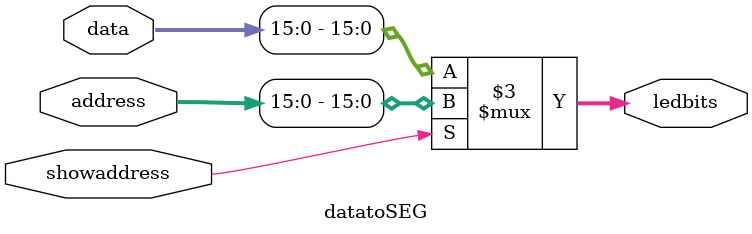
<source format=v>
`timescale 1ns / 1ps


module datatoSEG(address,data,showaddress,ledbits);
input   wire[31:0]   data;
input   wire[19:0]   address;
input   wire         showaddress;
output  reg[15:0]   ledbits;
always@(data or address or showaddress) begin
    if(showaddress)begin
        ledbits<=address[15:0];
    end
    else begin
        ledbits<=data[15:0];
    end
end
endmodule

</source>
